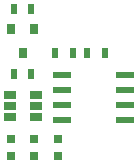
<source format=gtp>
G04 #@! TF.FileFunction,Paste,Top*
%FSLAX46Y46*%
G04 Gerber Fmt 4.6, Leading zero omitted, Abs format (unit mm)*
G04 Created by KiCad (PCBNEW 4.0.7) date Thu Jan 25 15:49:40 2018*
%MOMM*%
%LPD*%
G01*
G04 APERTURE LIST*
%ADD10C,0.100000*%
%ADD11R,0.750000X0.800000*%
%ADD12R,0.800000X0.900000*%
%ADD13R,0.500000X0.900000*%
%ADD14R,1.060000X0.650000*%
%ADD15R,1.550000X0.600000*%
G04 APERTURE END LIST*
D10*
D11*
X4500000Y1250000D03*
X4500000Y2750000D03*
X8500000Y1250000D03*
X8500000Y2750000D03*
X6500000Y1250000D03*
X6500000Y2750000D03*
D12*
X6450000Y12000000D03*
X4550000Y12000000D03*
X5500000Y10000000D03*
D13*
X8250000Y10000000D03*
X9750000Y10000000D03*
X11000000Y10000000D03*
X12500000Y10000000D03*
X4750000Y8250000D03*
X6250000Y8250000D03*
X4750000Y13750000D03*
X6250000Y13750000D03*
D14*
X6600000Y4550000D03*
X6600000Y5500000D03*
X6600000Y6450000D03*
X4400000Y6450000D03*
X4400000Y4550000D03*
X4400000Y5500000D03*
D15*
X14200000Y4345000D03*
X14200000Y5615000D03*
X14200000Y6885000D03*
X14200000Y8155000D03*
X8800000Y8155000D03*
X8800000Y6885000D03*
X8800000Y5615000D03*
X8800000Y4345000D03*
M02*

</source>
